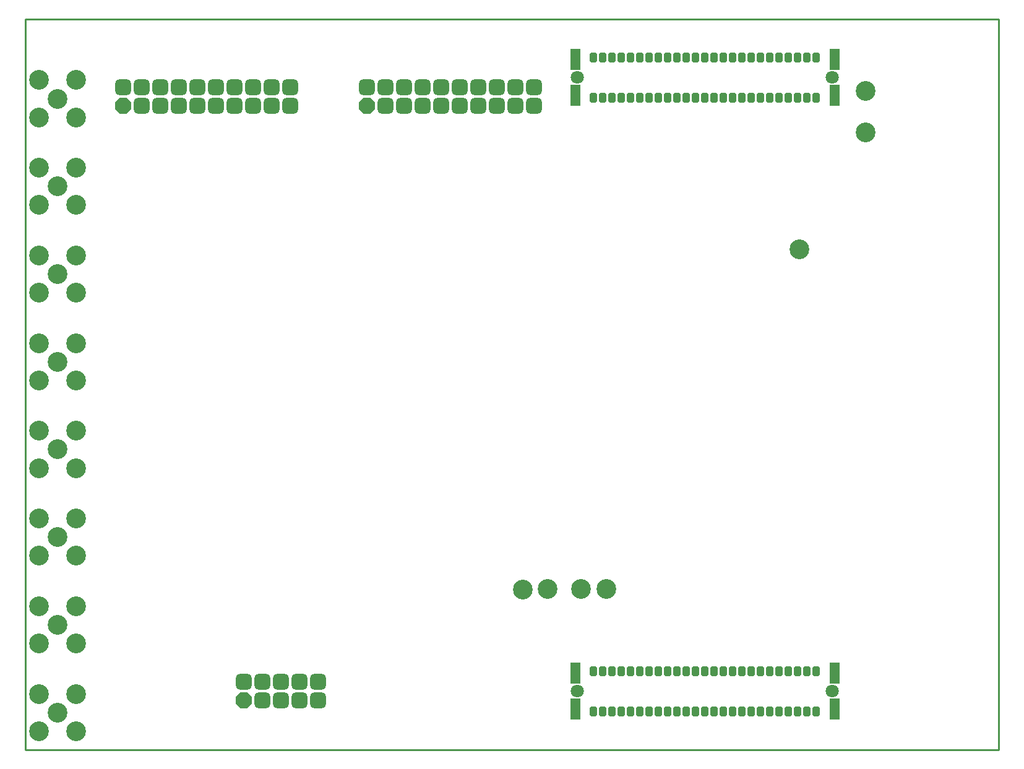
<source format=gbs>
G04*
G04 #@! TF.GenerationSoftware,Altium Limited,Altium Designer,19.0.10 (269)*
G04*
G04 Layer_Color=16711935*
%FSLAX44Y44*%
%MOMM*%
G71*
G01*
G75*
%ADD11C,0.2500*%
%ADD29C,1.8032*%
G04:AMPARAMS|DCode=30|XSize=2.2032mm|YSize=2.2032mm|CornerRadius=0.6016mm|HoleSize=0mm|Usage=FLASHONLY|Rotation=180.000|XOffset=0mm|YOffset=0mm|HoleType=Round|Shape=RoundedRectangle|*
%AMROUNDEDRECTD30*
21,1,2.2032,1.0000,0,0,180.0*
21,1,1.0000,2.2032,0,0,180.0*
1,1,1.2032,-0.5000,0.5000*
1,1,1.2032,0.5000,0.5000*
1,1,1.2032,0.5000,-0.5000*
1,1,1.2032,-0.5000,-0.5000*
%
%ADD30ROUNDEDRECTD30*%
%ADD31P,2.3848X8X202.5*%
%ADD32C,2.7032*%
%ADD67R,1.4032X2.9032*%
G04:AMPARAMS|DCode=68|XSize=1.0032mm|YSize=1.3032mm|CornerRadius=0.2016mm|HoleSize=0mm|Usage=FLASHONLY|Rotation=180.000|XOffset=0mm|YOffset=0mm|HoleType=Round|Shape=RoundedRectangle|*
%AMROUNDEDRECTD68*
21,1,1.0032,0.9000,0,0,180.0*
21,1,0.6000,1.3032,0,0,180.0*
1,1,0.4032,-0.3000,0.4500*
1,1,0.4032,0.3000,0.4500*
1,1,0.4032,0.3000,-0.4500*
1,1,0.4032,-0.3000,-0.4500*
%
%ADD68ROUNDEDRECTD68*%
D11*
X0Y0D02*
X1332000D01*
Y1000000D01*
X0D02*
X1332000D01*
X0Y0D02*
Y1000000D01*
D29*
X1104500Y920000D02*
D03*
X755500D02*
D03*
X1104500Y80000D02*
D03*
X755500D02*
D03*
D30*
X299200Y92700D02*
D03*
X350000D02*
D03*
X324600D02*
D03*
X400800D02*
D03*
X350000Y67300D02*
D03*
X324600D02*
D03*
X400800D02*
D03*
X375400Y92700D02*
D03*
Y67300D02*
D03*
X467402Y907002D02*
D03*
X518200Y907000D02*
D03*
X492800D02*
D03*
X569000D02*
D03*
X619800D02*
D03*
X594400D02*
D03*
X670600D02*
D03*
X696000D02*
D03*
X518200Y881600D02*
D03*
X492800D02*
D03*
X569000D02*
D03*
X619800D02*
D03*
X594400D02*
D03*
X670600D02*
D03*
X696000D02*
D03*
X543600Y907000D02*
D03*
X645200D02*
D03*
X543600Y881600D02*
D03*
X645200D02*
D03*
X134202Y907002D02*
D03*
X185000Y907000D02*
D03*
X159600D02*
D03*
X235800D02*
D03*
X286600D02*
D03*
X261200D02*
D03*
X337400D02*
D03*
X362800D02*
D03*
X185000Y881600D02*
D03*
X159600D02*
D03*
X235800D02*
D03*
X286600D02*
D03*
X261200D02*
D03*
X337400D02*
D03*
X362800D02*
D03*
X210400Y907000D02*
D03*
X312000D02*
D03*
X210400Y881600D02*
D03*
X312000D02*
D03*
D31*
X299200Y67300D02*
D03*
X467400Y881600D02*
D03*
X134200D02*
D03*
D32*
X44000Y891000D02*
D03*
X18500Y865500D02*
D03*
Y916500D02*
D03*
X69500Y865500D02*
D03*
Y916500D02*
D03*
X44000Y771000D02*
D03*
X18500Y745500D02*
D03*
Y796500D02*
D03*
X69500Y745500D02*
D03*
Y796500D02*
D03*
X44000Y651000D02*
D03*
X18500Y625500D02*
D03*
Y676500D02*
D03*
X69500Y625500D02*
D03*
Y676500D02*
D03*
X44000Y531000D02*
D03*
X18500Y505500D02*
D03*
Y556500D02*
D03*
X69500Y505500D02*
D03*
Y556500D02*
D03*
X44000Y411000D02*
D03*
X18500Y385500D02*
D03*
Y436500D02*
D03*
X69500Y385500D02*
D03*
Y436500D02*
D03*
X44000Y291000D02*
D03*
X18500Y265500D02*
D03*
Y316500D02*
D03*
X69500Y265500D02*
D03*
Y316500D02*
D03*
X44000Y171000D02*
D03*
X18500Y145500D02*
D03*
Y196500D02*
D03*
X69500Y145500D02*
D03*
Y196500D02*
D03*
X44000Y51000D02*
D03*
X18500Y25500D02*
D03*
Y76500D02*
D03*
X69500Y25500D02*
D03*
Y76500D02*
D03*
X715000Y220000D02*
D03*
X760000D02*
D03*
X1150000Y845000D02*
D03*
Y902000D02*
D03*
X1059000Y685000D02*
D03*
X681000Y219000D02*
D03*
X795000Y220000D02*
D03*
D67*
X1107500Y944500D02*
D03*
Y895500D02*
D03*
X752500Y944500D02*
D03*
Y895500D02*
D03*
X1107500Y104500D02*
D03*
Y55500D02*
D03*
X752500Y104500D02*
D03*
Y55500D02*
D03*
D68*
X1082400Y892500D02*
D03*
Y947500D02*
D03*
X1069700D02*
D03*
X1031600D02*
D03*
X1069700Y892500D02*
D03*
X1057000D02*
D03*
X1044300D02*
D03*
X1031600D02*
D03*
X1057000Y947500D02*
D03*
X1044300D02*
D03*
X1018900D02*
D03*
X1006200D02*
D03*
X993500D02*
D03*
X980800D02*
D03*
X968100D02*
D03*
X955400D02*
D03*
X942700D02*
D03*
X930000D02*
D03*
X917300D02*
D03*
X904600D02*
D03*
X891900D02*
D03*
X879200D02*
D03*
X866500D02*
D03*
X853800D02*
D03*
X841100D02*
D03*
X828400D02*
D03*
X815700D02*
D03*
X803000D02*
D03*
X790300D02*
D03*
X777600D02*
D03*
D03*
X1018900Y892500D02*
D03*
X1006200D02*
D03*
X993500D02*
D03*
X980800D02*
D03*
X968100D02*
D03*
X955400D02*
D03*
X942700D02*
D03*
X930000D02*
D03*
X917300D02*
D03*
X904600D02*
D03*
X891900D02*
D03*
X879200D02*
D03*
X866500D02*
D03*
X853800D02*
D03*
X841100D02*
D03*
X828400D02*
D03*
X815700D02*
D03*
X803000D02*
D03*
X790300D02*
D03*
X777600D02*
D03*
D03*
X1082400Y52500D02*
D03*
Y107500D02*
D03*
X1069700D02*
D03*
X1031600D02*
D03*
X1069700Y52500D02*
D03*
X1057000D02*
D03*
X1044300D02*
D03*
X1031600D02*
D03*
X1057000Y107500D02*
D03*
X1044300D02*
D03*
X1018900D02*
D03*
X1006200D02*
D03*
X993500D02*
D03*
X980800D02*
D03*
X968100D02*
D03*
X955400D02*
D03*
X942700D02*
D03*
X930000D02*
D03*
X917300D02*
D03*
X904600D02*
D03*
X891900D02*
D03*
X879200D02*
D03*
X866500D02*
D03*
X853800D02*
D03*
X841100D02*
D03*
X828400D02*
D03*
X815700D02*
D03*
X803000D02*
D03*
X790300D02*
D03*
X777600D02*
D03*
D03*
X1018900Y52500D02*
D03*
X1006200D02*
D03*
X993500D02*
D03*
X980800D02*
D03*
X968100D02*
D03*
X955400D02*
D03*
X942700D02*
D03*
X930000D02*
D03*
X917300D02*
D03*
X904600D02*
D03*
X891900D02*
D03*
X879200D02*
D03*
X866500D02*
D03*
X853800D02*
D03*
X841100D02*
D03*
X828400D02*
D03*
X815700D02*
D03*
X803000D02*
D03*
X790300D02*
D03*
X777600D02*
D03*
D03*
M02*

</source>
